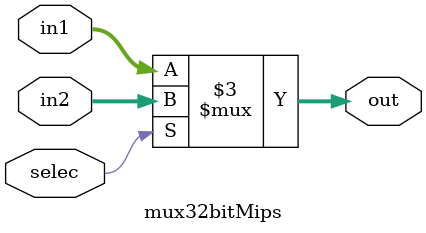
<source format=v>
module mux32bitMips(
							input selec,
							input [31:0]in1,
							input [31:0]in2,
							output reg [31:0]out);
    

always @ (*)
	begin
	if (selec)
		out = in2;
	else 
		out = in1;
	end
endmodule

</source>
